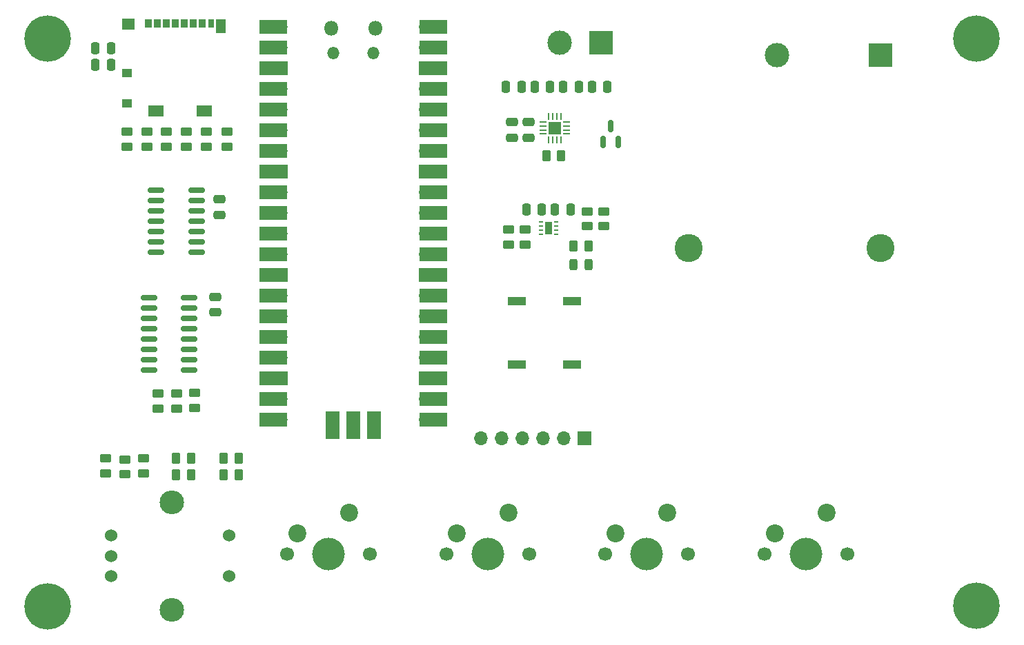
<source format=gbr>
%TF.GenerationSoftware,KiCad,Pcbnew,6.0.11-2627ca5db0~126~ubuntu22.04.1*%
%TF.CreationDate,2024-03-11T15:16:02-04:00*%
%TF.ProjectId,board,626f6172-642e-46b6-9963-61645f706362,rev?*%
%TF.SameCoordinates,Original*%
%TF.FileFunction,Soldermask,Top*%
%TF.FilePolarity,Negative*%
%FSLAX46Y46*%
G04 Gerber Fmt 4.6, Leading zero omitted, Abs format (unit mm)*
G04 Created by KiCad (PCBNEW 6.0.11-2627ca5db0~126~ubuntu22.04.1) date 2024-03-11 15:16:02*
%MOMM*%
%LPD*%
G01*
G04 APERTURE LIST*
G04 Aperture macros list*
%AMRoundRect*
0 Rectangle with rounded corners*
0 $1 Rounding radius*
0 $2 $3 $4 $5 $6 $7 $8 $9 X,Y pos of 4 corners*
0 Add a 4 corners polygon primitive as box body*
4,1,4,$2,$3,$4,$5,$6,$7,$8,$9,$2,$3,0*
0 Add four circle primitives for the rounded corners*
1,1,$1+$1,$2,$3*
1,1,$1+$1,$4,$5*
1,1,$1+$1,$6,$7*
1,1,$1+$1,$8,$9*
0 Add four rect primitives between the rounded corners*
20,1,$1+$1,$2,$3,$4,$5,0*
20,1,$1+$1,$4,$5,$6,$7,0*
20,1,$1+$1,$6,$7,$8,$9,0*
20,1,$1+$1,$8,$9,$2,$3,0*%
G04 Aperture macros list end*
%ADD10RoundRect,0.150000X-0.825000X-0.150000X0.825000X-0.150000X0.825000X0.150000X-0.825000X0.150000X0*%
%ADD11R,1.600000X1.600000*%
%ADD12RoundRect,0.062500X-0.062500X-0.375000X0.062500X-0.375000X0.062500X0.375000X-0.062500X0.375000X0*%
%ADD13RoundRect,0.062500X-0.375000X-0.062500X0.375000X-0.062500X0.375000X0.062500X-0.375000X0.062500X0*%
%ADD14R,0.500000X0.250000*%
%ADD15R,0.900000X1.600000*%
%ADD16R,1.700000X1.700000*%
%ADD17O,1.700000X1.700000*%
%ADD18R,2.160000X1.120000*%
%ADD19C,5.700000*%
%ADD20RoundRect,0.250000X-0.475000X0.250000X-0.475000X-0.250000X0.475000X-0.250000X0.475000X0.250000X0*%
%ADD21RoundRect,0.243750X-0.243750X-0.456250X0.243750X-0.456250X0.243750X0.456250X-0.243750X0.456250X0*%
%ADD22RoundRect,0.250000X-0.250000X-0.475000X0.250000X-0.475000X0.250000X0.475000X-0.250000X0.475000X0*%
%ADD23RoundRect,0.250000X-0.262500X-0.450000X0.262500X-0.450000X0.262500X0.450000X-0.262500X0.450000X0*%
%ADD24RoundRect,0.250000X0.450000X-0.262500X0.450000X0.262500X-0.450000X0.262500X-0.450000X-0.262500X0*%
%ADD25RoundRect,0.250000X-0.450000X0.262500X-0.450000X-0.262500X0.450000X-0.262500X0.450000X0.262500X0*%
%ADD26RoundRect,0.150000X0.150000X-0.587500X0.150000X0.587500X-0.150000X0.587500X-0.150000X-0.587500X0*%
%ADD27RoundRect,0.250000X0.250000X0.475000X-0.250000X0.475000X-0.250000X-0.475000X0.250000X-0.475000X0*%
%ADD28C,1.700000*%
%ADD29C,4.000000*%
%ADD30C,2.200000*%
%ADD31R,3.000000X3.000000*%
%ADD32C,3.000000*%
%ADD33R,0.850000X1.100000*%
%ADD34R,0.750000X1.100000*%
%ADD35R,1.200000X1.000000*%
%ADD36R,1.900000X1.350000*%
%ADD37R,1.170000X1.800000*%
%ADD38R,1.550000X1.350000*%
%ADD39RoundRect,0.250000X0.262500X0.450000X-0.262500X0.450000X-0.262500X-0.450000X0.262500X-0.450000X0*%
%ADD40C,1.524000*%
%ADD41O,3.000000X2.900000*%
%ADD42R,1.700000X3.500000*%
%ADD43R,3.500000X1.700000*%
%ADD44O,1.500000X1.500000*%
%ADD45O,1.800000X1.800000*%
%ADD46C,3.450000*%
G04 APERTURE END LIST*
D10*
%TO.C,U6*%
X111325000Y-60640000D03*
X111325000Y-61910000D03*
X111325000Y-63180000D03*
X111325000Y-64450000D03*
X111325000Y-65720000D03*
X111325000Y-66990000D03*
X111325000Y-68260000D03*
X116275000Y-68260000D03*
X116275000Y-66990000D03*
X116275000Y-65720000D03*
X116275000Y-64450000D03*
X116275000Y-63180000D03*
X116275000Y-61910000D03*
X116275000Y-60640000D03*
%TD*%
%TO.C,U5*%
X115375000Y-73895000D03*
X115375000Y-75165000D03*
X115375000Y-76435000D03*
X115375000Y-77705000D03*
X115375000Y-78975000D03*
X115375000Y-80245000D03*
X115375000Y-81515000D03*
X115375000Y-82785000D03*
X110425000Y-82785000D03*
X110425000Y-81515000D03*
X110425000Y-80245000D03*
X110425000Y-78975000D03*
X110425000Y-77705000D03*
X110425000Y-76435000D03*
X110425000Y-75165000D03*
X110425000Y-73895000D03*
%TD*%
D11*
%TO.C,U2*%
X160250000Y-53000000D03*
D12*
X159500000Y-51562500D03*
X160000000Y-51562500D03*
X160500000Y-51562500D03*
X161000000Y-51562500D03*
D13*
X161687500Y-52250000D03*
X161687500Y-52750000D03*
X161687500Y-53250000D03*
X161687500Y-53750000D03*
D12*
X161000000Y-54437500D03*
X160500000Y-54437500D03*
X160000000Y-54437500D03*
X159500000Y-54437500D03*
D13*
X158812500Y-53750000D03*
X158812500Y-53250000D03*
X158812500Y-52750000D03*
X158812500Y-52250000D03*
%TD*%
D14*
%TO.C,U3*%
X158540000Y-64540000D03*
X158540000Y-65040000D03*
X158540000Y-65540000D03*
X158540000Y-66040000D03*
X160440000Y-66040000D03*
X160440000Y-65540000D03*
X160440000Y-65040000D03*
X160440000Y-64540000D03*
D15*
X159490000Y-65290000D03*
%TD*%
D16*
%TO.C,J3*%
X163850000Y-91160000D03*
D17*
X161310000Y-91160000D03*
X158770000Y-91160000D03*
X156230000Y-91160000D03*
X153690000Y-91160000D03*
X151150000Y-91160000D03*
%TD*%
D18*
%TO.C,SW7*%
X162305000Y-74260000D03*
X155575000Y-74260000D03*
%TD*%
%TO.C,SW6*%
X162325000Y-82100000D03*
X155595000Y-82100000D03*
%TD*%
D19*
%TO.C,REF3*%
X212000000Y-111750000D03*
%TD*%
%TO.C,REF4*%
X212000000Y-42000000D03*
%TD*%
%TO.C,REF1*%
X98000000Y-42000000D03*
%TD*%
%TO.C,REF2*%
X98000000Y-111800000D03*
%TD*%
D20*
%TO.C,C11*%
X119050000Y-61800000D03*
X119050000Y-63700000D03*
%TD*%
D21*
%TO.C,D1*%
X162512500Y-69800000D03*
X164387500Y-69800000D03*
%TD*%
D22*
%TO.C,FB1*%
X161250000Y-48000000D03*
X163150000Y-48000000D03*
%TD*%
D23*
%TO.C,R12*%
X162537500Y-67525000D03*
X164362500Y-67525000D03*
%TD*%
D24*
%TO.C,R9*%
X156550000Y-67312500D03*
X156550000Y-65487500D03*
%TD*%
D23*
%TO.C,R22*%
X119587500Y-95600000D03*
X121412500Y-95600000D03*
%TD*%
%TO.C,R18*%
X113750000Y-93600000D03*
X115575000Y-93600000D03*
%TD*%
D25*
%TO.C,R20*%
X105100000Y-93612500D03*
X105100000Y-95437500D03*
%TD*%
D26*
%TO.C,Q1*%
X166150000Y-54697500D03*
X168050000Y-54697500D03*
X167100000Y-52822500D03*
%TD*%
D27*
%TO.C,C8*%
X162150000Y-63025000D03*
X160250000Y-63025000D03*
%TD*%
D24*
%TO.C,R7*%
X107700000Y-55312500D03*
X107700000Y-53487500D03*
%TD*%
%TO.C,R3*%
X117500000Y-55325000D03*
X117500000Y-53500000D03*
%TD*%
%TO.C,R6*%
X110150000Y-55312500D03*
X110150000Y-53487500D03*
%TD*%
D20*
%TO.C,C2*%
X157000000Y-52300000D03*
X157000000Y-54200000D03*
%TD*%
D24*
%TO.C,R4*%
X115000000Y-55312500D03*
X115000000Y-53487500D03*
%TD*%
D28*
%TO.C,SW4*%
X176610000Y-105340000D03*
X166450000Y-105340000D03*
D29*
X171530000Y-105340000D03*
D30*
X174070000Y-100260000D03*
X167720000Y-102800000D03*
%TD*%
D23*
%TO.C,R17*%
X113750000Y-95600000D03*
X115575000Y-95600000D03*
%TD*%
D24*
%TO.C,R5*%
X112550000Y-55325000D03*
X112550000Y-53500000D03*
%TD*%
D28*
%TO.C,SW2*%
X157060000Y-105340000D03*
D29*
X151980000Y-105340000D03*
D28*
X146900000Y-105340000D03*
D30*
X154520000Y-100260000D03*
X148170000Y-102800000D03*
%TD*%
D20*
%TO.C,C10*%
X118550000Y-73750000D03*
X118550000Y-75650000D03*
%TD*%
D31*
%TO.C,J1*%
X165890000Y-42510000D03*
D32*
X160810000Y-42510000D03*
%TD*%
D25*
%TO.C,R15*%
X113800000Y-85637500D03*
X113800000Y-87462500D03*
%TD*%
%TO.C,R14*%
X111550000Y-85637500D03*
X111550000Y-87462500D03*
%TD*%
D22*
%TO.C,FB2*%
X154250000Y-48000000D03*
X156150000Y-48000000D03*
%TD*%
D28*
%TO.C,SW5*%
X186000000Y-105340000D03*
X196160000Y-105340000D03*
D29*
X191080000Y-105340000D03*
D30*
X193620000Y-100260000D03*
X187270000Y-102800000D03*
%TD*%
D33*
%TO.C,J2*%
X110395000Y-40137500D03*
X111495000Y-40137500D03*
X112595000Y-40137500D03*
X113695000Y-40137500D03*
X114795000Y-40137500D03*
X115895000Y-40137500D03*
X116995000Y-40137500D03*
D34*
X118045000Y-40137500D03*
D35*
X107760000Y-46287500D03*
X107760000Y-49987500D03*
D36*
X111260000Y-50962500D03*
D37*
X119255000Y-40487500D03*
D36*
X117230000Y-50962500D03*
D38*
X107935000Y-40262500D03*
%TD*%
D24*
%TO.C,R2*%
X120000000Y-55312500D03*
X120000000Y-53487500D03*
%TD*%
%TO.C,R8*%
X154550000Y-67312500D03*
X154550000Y-65487500D03*
%TD*%
D22*
%TO.C,C7*%
X156750000Y-63025000D03*
X158650000Y-63025000D03*
%TD*%
D25*
%TO.C,R10*%
X166200000Y-63275000D03*
X166200000Y-65100000D03*
%TD*%
D27*
%TO.C,C4*%
X159650000Y-48000000D03*
X157750000Y-48000000D03*
%TD*%
D23*
%TO.C,R23*%
X119587500Y-93600000D03*
X121412500Y-93600000D03*
%TD*%
D27*
%TO.C,C5*%
X105770000Y-43180000D03*
X103870000Y-43180000D03*
%TD*%
D25*
%TO.C,R19*%
X109750000Y-93625000D03*
X109750000Y-95450000D03*
%TD*%
D28*
%TO.C,SW1*%
X137510000Y-105340000D03*
D29*
X132430000Y-105340000D03*
D28*
X127350000Y-105340000D03*
D30*
X134970000Y-100260000D03*
X128620000Y-102800000D03*
%TD*%
D39*
%TO.C,R1*%
X161012500Y-56400000D03*
X159187500Y-56400000D03*
%TD*%
D27*
%TO.C,C3*%
X166700000Y-48000000D03*
X164800000Y-48000000D03*
%TD*%
D25*
%TO.C,R16*%
X116050000Y-85587500D03*
X116050000Y-87412500D03*
%TD*%
D40*
%TO.C,SW3*%
X105750000Y-103100000D03*
X105750000Y-108100000D03*
X105750000Y-105600000D03*
X120250000Y-103100000D03*
X120250000Y-108100000D03*
D41*
X113250000Y-112200000D03*
X113250000Y-99000000D03*
%TD*%
D20*
%TO.C,C1*%
X155000000Y-52300000D03*
X155000000Y-54200000D03*
%TD*%
D27*
%TO.C,C6*%
X105770000Y-45240000D03*
X103870000Y-45240000D03*
%TD*%
D25*
%TO.C,R21*%
X107500000Y-93737500D03*
X107500000Y-95562500D03*
%TD*%
D42*
%TO.C,U1*%
X138040000Y-89555000D03*
D17*
X138040000Y-88655000D03*
D16*
X135500000Y-88655000D03*
D42*
X135500000Y-89555000D03*
X132960000Y-89555000D03*
D17*
X132960000Y-88655000D03*
D43*
X145290000Y-40625000D03*
D17*
X144390000Y-40625000D03*
D43*
X145290000Y-43165000D03*
D17*
X144390000Y-43165000D03*
D43*
X145290000Y-45705000D03*
D16*
X144390000Y-45705000D03*
D43*
X145290000Y-48245000D03*
D17*
X144390000Y-48245000D03*
X144390000Y-50785000D03*
D43*
X145290000Y-50785000D03*
X145290000Y-53325000D03*
D17*
X144390000Y-53325000D03*
X144390000Y-55865000D03*
D43*
X145290000Y-55865000D03*
D16*
X144390000Y-58405000D03*
D43*
X145290000Y-58405000D03*
X145290000Y-60945000D03*
D17*
X144390000Y-60945000D03*
D43*
X145290000Y-63485000D03*
D17*
X144390000Y-63485000D03*
X144390000Y-66025000D03*
D43*
X145290000Y-66025000D03*
D17*
X144390000Y-68565000D03*
D43*
X145290000Y-68565000D03*
D16*
X144390000Y-71105000D03*
D43*
X145290000Y-71105000D03*
X145290000Y-73645000D03*
D17*
X144390000Y-73645000D03*
D43*
X145290000Y-76185000D03*
D17*
X144390000Y-76185000D03*
D43*
X145290000Y-78725000D03*
D17*
X144390000Y-78725000D03*
D43*
X145290000Y-81265000D03*
D17*
X144390000Y-81265000D03*
D16*
X144390000Y-83805000D03*
D43*
X145290000Y-83805000D03*
X145290000Y-86345000D03*
D17*
X144390000Y-86345000D03*
D43*
X145290000Y-88885000D03*
D17*
X144390000Y-88885000D03*
D43*
X125710000Y-88885000D03*
D17*
X126610000Y-88885000D03*
D43*
X125710000Y-86345000D03*
D17*
X126610000Y-86345000D03*
D16*
X126610000Y-83805000D03*
D43*
X125710000Y-83805000D03*
X125710000Y-81265000D03*
D17*
X126610000Y-81265000D03*
D43*
X125710000Y-78725000D03*
D17*
X126610000Y-78725000D03*
X126610000Y-76185000D03*
D43*
X125710000Y-76185000D03*
X125710000Y-73645000D03*
D17*
X126610000Y-73645000D03*
D43*
X125710000Y-71105000D03*
D16*
X126610000Y-71105000D03*
D43*
X125710000Y-68565000D03*
D17*
X126610000Y-68565000D03*
X126610000Y-66025000D03*
D43*
X125710000Y-66025000D03*
X125710000Y-63485000D03*
D17*
X126610000Y-63485000D03*
X126610000Y-60945000D03*
D43*
X125710000Y-60945000D03*
X125710000Y-58405000D03*
D16*
X126610000Y-58405000D03*
D17*
X126610000Y-55865000D03*
D43*
X125710000Y-55865000D03*
D17*
X126610000Y-53325000D03*
D43*
X125710000Y-53325000D03*
D17*
X126610000Y-50785000D03*
D43*
X125710000Y-50785000D03*
D17*
X126610000Y-48245000D03*
D43*
X125710000Y-48245000D03*
D16*
X126610000Y-45705000D03*
D43*
X125710000Y-45705000D03*
X125710000Y-43165000D03*
D17*
X126610000Y-43165000D03*
X126610000Y-40625000D03*
D43*
X125710000Y-40625000D03*
D44*
X137925000Y-43785000D03*
D45*
X138225000Y-40755000D03*
D44*
X133075000Y-43785000D03*
D45*
X132775000Y-40755000D03*
%TD*%
D46*
%TO.C,BT1*%
X176650000Y-67750000D03*
X200150000Y-67750000D03*
D31*
X200150000Y-44030000D03*
D32*
X187450000Y-44030000D03*
%TD*%
D24*
%TO.C,R11*%
X164200000Y-65100000D03*
X164200000Y-63275000D03*
%TD*%
M02*

</source>
